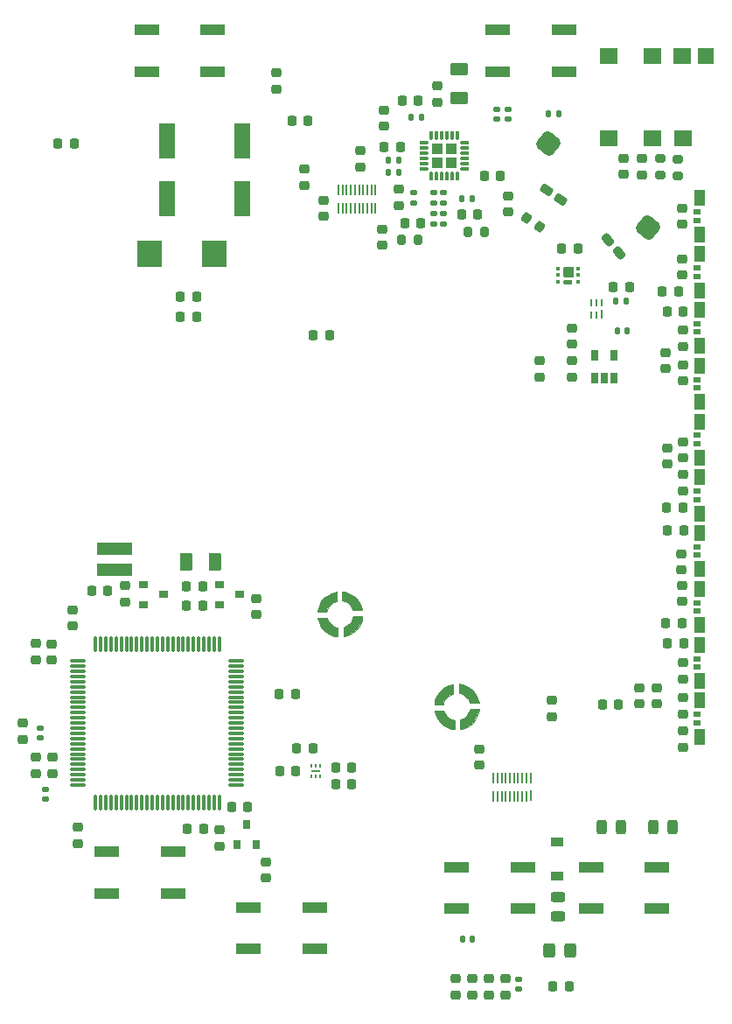
<source format=gbr>
G04 #@! TF.GenerationSoftware,KiCad,Pcbnew,6.0.0+dfsg1-2*
G04 #@! TF.CreationDate,2022-05-11T22:29:48-04:00*
G04 #@! TF.ProjectId,RUSP_Mainboard,52555350-5f4d-4616-996e-626f6172642e,rev?*
G04 #@! TF.SameCoordinates,Original*
G04 #@! TF.FileFunction,Paste,Bot*
G04 #@! TF.FilePolarity,Positive*
%FSLAX46Y46*%
G04 Gerber Fmt 4.6, Leading zero omitted, Abs format (unit mm)*
G04 Created by KiCad (PCBNEW 6.0.0+dfsg1-2) date 2022-05-11 22:29:48*
%MOMM*%
%LPD*%
G01*
G04 APERTURE LIST*
G04 Aperture macros list*
%AMRoundRect*
0 Rectangle with rounded corners*
0 $1 Rounding radius*
0 $2 $3 $4 $5 $6 $7 $8 $9 X,Y pos of 4 corners*
0 Add a 4 corners polygon primitive as box body*
4,1,4,$2,$3,$4,$5,$6,$7,$8,$9,$2,$3,0*
0 Add four circle primitives for the rounded corners*
1,1,$1+$1,$2,$3*
1,1,$1+$1,$4,$5*
1,1,$1+$1,$6,$7*
1,1,$1+$1,$8,$9*
0 Add four rect primitives between the rounded corners*
20,1,$1+$1,$2,$3,$4,$5,0*
20,1,$1+$1,$4,$5,$6,$7,0*
20,1,$1+$1,$6,$7,$8,$9,0*
20,1,$1+$1,$8,$9,$2,$3,0*%
%AMFreePoly0*
4,1,10,0.140000,0.000000,0.121244,-0.070000,0.070000,-0.121244,0.000000,-0.140000,-0.070000,-0.121244,-0.121244,-0.070000,-0.140000,0.000000,-0.140000,0.710000,0.140000,0.710000,0.140000,0.000000,0.140000,0.000000,$1*%
G04 Aperture macros list end*
%ADD10C,0.100000*%
%ADD11C,0.010000*%
%ADD12R,0.900000X0.800000*%
%ADD13RoundRect,0.218750X-0.256250X0.218750X-0.256250X-0.218750X0.256250X-0.218750X0.256250X0.218750X0*%
%ADD14RoundRect,0.218750X-0.218750X-0.256250X0.218750X-0.256250X0.218750X0.256250X-0.218750X0.256250X0*%
%ADD15RoundRect,0.218750X0.218750X0.256250X-0.218750X0.256250X-0.218750X-0.256250X0.218750X-0.256250X0*%
%ADD16RoundRect,0.218750X0.256250X-0.218750X0.256250X0.218750X-0.256250X0.218750X-0.256250X-0.218750X0*%
%ADD17RoundRect,0.147500X0.172500X-0.147500X0.172500X0.147500X-0.172500X0.147500X-0.172500X-0.147500X0*%
%ADD18RoundRect,0.147500X0.147500X0.172500X-0.147500X0.172500X-0.147500X-0.172500X0.147500X-0.172500X0*%
%ADD19RoundRect,0.147500X-0.172500X0.147500X-0.172500X-0.147500X0.172500X-0.147500X0.172500X0.147500X0*%
%ADD20RoundRect,0.225000X-0.250000X0.225000X-0.250000X-0.225000X0.250000X-0.225000X0.250000X0.225000X0*%
%ADD21RoundRect,0.225000X-0.225000X-0.250000X0.225000X-0.250000X0.225000X0.250000X-0.225000X0.250000X0*%
%ADD22R,1.600000X3.500000*%
%ADD23R,2.400000X1.100000*%
%ADD24R,1.600000X1.600000*%
%ADD25R,1.800000X1.600000*%
%ADD26RoundRect,0.243750X-0.243750X-0.456250X0.243750X-0.456250X0.243750X0.456250X-0.243750X0.456250X0*%
%ADD27RoundRect,0.225000X0.225000X0.250000X-0.225000X0.250000X-0.225000X-0.250000X0.225000X-0.250000X0*%
%ADD28R,0.800000X0.500000*%
%ADD29R,1.000000X1.500000*%
%ADD30RoundRect,0.250000X0.375000X0.625000X-0.375000X0.625000X-0.375000X-0.625000X0.375000X-0.625000X0*%
%ADD31R,1.100000X1.100000*%
%ADD32FreePoly0,90.000000*%
%ADD33FreePoly0,0.000000*%
%ADD34FreePoly0,270.000000*%
%ADD35FreePoly0,180.000000*%
%ADD36RoundRect,0.147500X-0.147500X-0.172500X0.147500X-0.172500X0.147500X0.172500X-0.147500X0.172500X0*%
%ADD37RoundRect,0.212500X0.425571X-0.155068X-0.109734X0.439448X-0.425571X0.155068X0.109734X-0.439448X0*%
%ADD38RoundRect,0.200000X-0.200000X-0.275000X0.200000X-0.275000X0.200000X0.275000X-0.200000X0.275000X0*%
%ADD39R,0.280000X0.850000*%
%ADD40R,0.280000X0.750000*%
%ADD41R,0.450000X0.300000*%
%ADD42R,3.400000X1.200000*%
%ADD43R,0.650000X1.060000*%
%ADD44RoundRect,0.243750X-0.456250X0.243750X-0.456250X-0.243750X0.456250X-0.243750X0.456250X0.243750X0*%
%ADD45R,2.370000X2.550000*%
%ADD46R,1.200000X0.900000*%
%ADD47R,0.180000X1.100000*%
%ADD48R,0.180000X1.000000*%
%ADD49RoundRect,0.249999X0.325001X0.450001X-0.325001X0.450001X-0.325001X-0.450001X0.325001X-0.450001X0*%
%ADD50R,0.800000X0.900000*%
%ADD51RoundRect,0.250000X0.625000X-0.375000X0.625000X0.375000X-0.625000X0.375000X-0.625000X-0.375000X0*%
%ADD52RoundRect,0.218750X-0.326168X-0.084438X0.032211X-0.335378X0.326168X0.084438X-0.032211X0.335378X0*%
%ADD53RoundRect,0.212500X0.449546X-0.055361X-0.205776X0.403500X-0.449546X0.055361X0.205776X-0.403500X0*%
%ADD54R,0.940000X0.250000*%
%ADD55R,0.180000X0.350000*%
%ADD56RoundRect,0.070000X0.070000X-0.667500X0.070000X0.667500X-0.070000X0.667500X-0.070000X-0.667500X0*%
%ADD57RoundRect,0.070000X0.667500X-0.070000X0.667500X0.070000X-0.667500X0.070000X-0.667500X-0.070000X0*%
%ADD58RoundRect,0.500000X0.704416X0.061628X-0.061628X0.704416X-0.704416X-0.061628X0.061628X-0.704416X0*%
%ADD59RoundRect,0.200000X0.200000X0.275000X-0.200000X0.275000X-0.200000X-0.275000X0.200000X-0.275000X0*%
%ADD60RoundRect,0.200000X-0.275000X0.200000X-0.275000X-0.200000X0.275000X-0.200000X0.275000X0.200000X0*%
G04 APERTURE END LIST*
D10*
X146300000Y-117550000D02*
X146750000Y-117300000D01*
X146750000Y-117300000D02*
X147050000Y-117050000D01*
X147050000Y-117050000D02*
X147300000Y-116750000D01*
X147300000Y-116750000D02*
X147525000Y-116325000D01*
X147525000Y-116325000D02*
X147625000Y-116025000D01*
X147625000Y-116025000D02*
X147675000Y-115700000D01*
X147675000Y-115700000D02*
X146800000Y-115700000D01*
X146800000Y-115700000D02*
X146750000Y-115925000D01*
X146750000Y-115925000D02*
X146625000Y-116175000D01*
X146625000Y-116175000D02*
X146400000Y-116450000D01*
X146400000Y-116450000D02*
X146150000Y-116650000D01*
X146150000Y-116650000D02*
X145850000Y-116750000D01*
X145850000Y-116750000D02*
X145850000Y-117675000D01*
X145850000Y-117675000D02*
X146300000Y-117550000D01*
G36*
X147625000Y-116025000D02*
G01*
X147525000Y-116325000D01*
X147300000Y-116750000D01*
X147050000Y-117050000D01*
X146750000Y-117300000D01*
X146300000Y-117550000D01*
X145850000Y-117675000D01*
X145850000Y-116750000D01*
X146150000Y-116650000D01*
X146400000Y-116450000D01*
X146625000Y-116175000D01*
X146750000Y-115925000D01*
X146800000Y-115700000D01*
X147675000Y-115700000D01*
X147625000Y-116025000D01*
G37*
X147625000Y-116025000D02*
X147525000Y-116325000D01*
X147300000Y-116750000D01*
X147050000Y-117050000D01*
X146750000Y-117300000D01*
X146300000Y-117550000D01*
X145850000Y-117675000D01*
X145850000Y-116750000D01*
X146150000Y-116650000D01*
X146400000Y-116450000D01*
X146625000Y-116175000D01*
X146750000Y-115925000D01*
X146800000Y-115700000D01*
X147675000Y-115700000D01*
X147625000Y-116025000D01*
X144700000Y-113450000D02*
X144250000Y-113700000D01*
X144250000Y-113700000D02*
X143950000Y-113950000D01*
X143950000Y-113950000D02*
X143700000Y-114250000D01*
X143700000Y-114250000D02*
X143475000Y-114675000D01*
X143475000Y-114675000D02*
X143375000Y-114975000D01*
X143375000Y-114975000D02*
X143325000Y-115300000D01*
X143325000Y-115300000D02*
X144200000Y-115300000D01*
X144200000Y-115300000D02*
X144250000Y-115075000D01*
X144250000Y-115075000D02*
X144375000Y-114825000D01*
X144375000Y-114825000D02*
X144600000Y-114550000D01*
X144600000Y-114550000D02*
X144850000Y-114350000D01*
X144850000Y-114350000D02*
X145150000Y-114250000D01*
X145150000Y-114250000D02*
X145150000Y-113325000D01*
X145150000Y-113325000D02*
X144700000Y-113450000D01*
G36*
X145150000Y-114250000D02*
G01*
X144850000Y-114350000D01*
X144600000Y-114550000D01*
X144375000Y-114825000D01*
X144250000Y-115075000D01*
X144200000Y-115300000D01*
X143325000Y-115300000D01*
X143375000Y-114975000D01*
X143475000Y-114675000D01*
X143700000Y-114250000D01*
X143950000Y-113950000D01*
X144250000Y-113700000D01*
X144700000Y-113450000D01*
X145150000Y-113325000D01*
X145150000Y-114250000D01*
G37*
X145150000Y-114250000D02*
X144850000Y-114350000D01*
X144600000Y-114550000D01*
X144375000Y-114825000D01*
X144250000Y-115075000D01*
X144200000Y-115300000D01*
X143325000Y-115300000D01*
X143375000Y-114975000D01*
X143475000Y-114675000D01*
X143700000Y-114250000D01*
X143950000Y-113950000D01*
X144250000Y-113700000D01*
X144700000Y-113450000D01*
X145150000Y-113325000D01*
X145150000Y-114250000D01*
X146300000Y-117550000D02*
X146750000Y-117300000D01*
X146750000Y-117300000D02*
X147050000Y-117050000D01*
X147050000Y-117050000D02*
X147300000Y-116750000D01*
X147300000Y-116750000D02*
X147525000Y-116325000D01*
X147525000Y-116325000D02*
X147625000Y-116025000D01*
X147625000Y-116025000D02*
X147675000Y-115700000D01*
X147675000Y-115700000D02*
X146800000Y-115700000D01*
X146800000Y-115700000D02*
X146750000Y-115925000D01*
X146750000Y-115925000D02*
X146625000Y-116175000D01*
X146625000Y-116175000D02*
X146400000Y-116450000D01*
X146400000Y-116450000D02*
X146150000Y-116650000D01*
X146150000Y-116650000D02*
X145850000Y-116750000D01*
X145850000Y-116750000D02*
X145850000Y-117675000D01*
X145850000Y-117675000D02*
X146300000Y-117550000D01*
G36*
X147625000Y-116025000D02*
G01*
X147525000Y-116325000D01*
X147300000Y-116750000D01*
X147050000Y-117050000D01*
X146750000Y-117300000D01*
X146300000Y-117550000D01*
X145850000Y-117675000D01*
X145850000Y-116750000D01*
X146150000Y-116650000D01*
X146400000Y-116450000D01*
X146625000Y-116175000D01*
X146750000Y-115925000D01*
X146800000Y-115700000D01*
X147675000Y-115700000D01*
X147625000Y-116025000D01*
G37*
X147625000Y-116025000D02*
X147525000Y-116325000D01*
X147300000Y-116750000D01*
X147050000Y-117050000D01*
X146750000Y-117300000D01*
X146300000Y-117550000D01*
X145850000Y-117675000D01*
X145850000Y-116750000D01*
X146150000Y-116650000D01*
X146400000Y-116450000D01*
X146625000Y-116175000D01*
X146750000Y-115925000D01*
X146800000Y-115700000D01*
X147675000Y-115700000D01*
X147625000Y-116025000D01*
X147550000Y-114675000D02*
X147300000Y-114225000D01*
X147300000Y-114225000D02*
X147050000Y-113925000D01*
X147050000Y-113925000D02*
X146750000Y-113675000D01*
X146750000Y-113675000D02*
X146325000Y-113450000D01*
X146325000Y-113450000D02*
X146025000Y-113350000D01*
X146025000Y-113350000D02*
X145700000Y-113300000D01*
X145700000Y-113300000D02*
X145700000Y-114175000D01*
X145700000Y-114175000D02*
X145925000Y-114225000D01*
X145925000Y-114225000D02*
X146175000Y-114350000D01*
X146175000Y-114350000D02*
X146450000Y-114575000D01*
X146450000Y-114575000D02*
X146650000Y-114825000D01*
X146650000Y-114825000D02*
X146750000Y-115125000D01*
X146750000Y-115125000D02*
X147675000Y-115125000D01*
X147675000Y-115125000D02*
X147550000Y-114675000D01*
G36*
X146025000Y-113350000D02*
G01*
X146325000Y-113450000D01*
X146750000Y-113675000D01*
X147050000Y-113925000D01*
X147300000Y-114225000D01*
X147550000Y-114675000D01*
X147675000Y-115125000D01*
X146750000Y-115125000D01*
X146650000Y-114825000D01*
X146450000Y-114575000D01*
X146175000Y-114350000D01*
X145925000Y-114225000D01*
X145700000Y-114175000D01*
X145700000Y-113300000D01*
X146025000Y-113350000D01*
G37*
X146025000Y-113350000D02*
X146325000Y-113450000D01*
X146750000Y-113675000D01*
X147050000Y-113925000D01*
X147300000Y-114225000D01*
X147550000Y-114675000D01*
X147675000Y-115125000D01*
X146750000Y-115125000D01*
X146650000Y-114825000D01*
X146450000Y-114575000D01*
X146175000Y-114350000D01*
X145925000Y-114225000D01*
X145700000Y-114175000D01*
X145700000Y-113300000D01*
X146025000Y-113350000D01*
X143450000Y-116300000D02*
X143700000Y-116750000D01*
X143700000Y-116750000D02*
X143950000Y-117050000D01*
X143950000Y-117050000D02*
X144250000Y-117300000D01*
X144250000Y-117300000D02*
X144675000Y-117525000D01*
X144675000Y-117525000D02*
X144975000Y-117625000D01*
X144975000Y-117625000D02*
X145300000Y-117675000D01*
X145300000Y-117675000D02*
X145300000Y-116800000D01*
X145300000Y-116800000D02*
X145075000Y-116750000D01*
X145075000Y-116750000D02*
X144825000Y-116625000D01*
X144825000Y-116625000D02*
X144550000Y-116400000D01*
X144550000Y-116400000D02*
X144350000Y-116150000D01*
X144350000Y-116150000D02*
X144250000Y-115850000D01*
X144250000Y-115850000D02*
X143325000Y-115850000D01*
X143325000Y-115850000D02*
X143450000Y-116300000D01*
G36*
X144350000Y-116150000D02*
G01*
X144550000Y-116400000D01*
X144825000Y-116625000D01*
X145075000Y-116750000D01*
X145300000Y-116800000D01*
X145300000Y-117675000D01*
X144975000Y-117625000D01*
X144675000Y-117525000D01*
X144250000Y-117300000D01*
X143950000Y-117050000D01*
X143700000Y-116750000D01*
X143450000Y-116300000D01*
X143325000Y-115850000D01*
X144250000Y-115850000D01*
X144350000Y-116150000D01*
G37*
X144350000Y-116150000D02*
X144550000Y-116400000D01*
X144825000Y-116625000D01*
X145075000Y-116750000D01*
X145300000Y-116800000D01*
X145300000Y-117675000D01*
X144975000Y-117625000D01*
X144675000Y-117525000D01*
X144250000Y-117300000D01*
X143950000Y-117050000D01*
X143700000Y-116750000D01*
X143450000Y-116300000D01*
X143325000Y-115850000D01*
X144250000Y-115850000D01*
X144350000Y-116150000D01*
X156000000Y-122400000D02*
X155550000Y-122650000D01*
X155550000Y-122650000D02*
X155250000Y-122900000D01*
X155250000Y-122900000D02*
X155000000Y-123200000D01*
X155000000Y-123200000D02*
X154775000Y-123625000D01*
X154775000Y-123625000D02*
X154675000Y-123925000D01*
X154675000Y-123925000D02*
X154625000Y-124250000D01*
X154625000Y-124250000D02*
X155500000Y-124250000D01*
X155500000Y-124250000D02*
X155550000Y-124025000D01*
X155550000Y-124025000D02*
X155675000Y-123775000D01*
X155675000Y-123775000D02*
X155900000Y-123500000D01*
X155900000Y-123500000D02*
X156150000Y-123300000D01*
X156150000Y-123300000D02*
X156450000Y-123200000D01*
X156450000Y-123200000D02*
X156450000Y-122275000D01*
X156450000Y-122275000D02*
X156000000Y-122400000D01*
G36*
X156450000Y-123200000D02*
G01*
X156150000Y-123300000D01*
X155900000Y-123500000D01*
X155675000Y-123775000D01*
X155550000Y-124025000D01*
X155500000Y-124250000D01*
X154625000Y-124250000D01*
X154675000Y-123925000D01*
X154775000Y-123625000D01*
X155000000Y-123200000D01*
X155250000Y-122900000D01*
X155550000Y-122650000D01*
X156000000Y-122400000D01*
X156450000Y-122275000D01*
X156450000Y-123200000D01*
G37*
X156450000Y-123200000D02*
X156150000Y-123300000D01*
X155900000Y-123500000D01*
X155675000Y-123775000D01*
X155550000Y-124025000D01*
X155500000Y-124250000D01*
X154625000Y-124250000D01*
X154675000Y-123925000D01*
X154775000Y-123625000D01*
X155000000Y-123200000D01*
X155250000Y-122900000D01*
X155550000Y-122650000D01*
X156000000Y-122400000D01*
X156450000Y-122275000D01*
X156450000Y-123200000D01*
X157600000Y-126500000D02*
X158050000Y-126250000D01*
X158050000Y-126250000D02*
X158350000Y-126000000D01*
X158350000Y-126000000D02*
X158600000Y-125700000D01*
X158600000Y-125700000D02*
X158825000Y-125275000D01*
X158825000Y-125275000D02*
X158925000Y-124975000D01*
X158925000Y-124975000D02*
X158975000Y-124650000D01*
X158975000Y-124650000D02*
X158100000Y-124650000D01*
X158100000Y-124650000D02*
X158050000Y-124875000D01*
X158050000Y-124875000D02*
X157925000Y-125125000D01*
X157925000Y-125125000D02*
X157700000Y-125400000D01*
X157700000Y-125400000D02*
X157450000Y-125600000D01*
X157450000Y-125600000D02*
X157150000Y-125700000D01*
X157150000Y-125700000D02*
X157150000Y-126625000D01*
X157150000Y-126625000D02*
X157600000Y-126500000D01*
G36*
X158925000Y-124975000D02*
G01*
X158825000Y-125275000D01*
X158600000Y-125700000D01*
X158350000Y-126000000D01*
X158050000Y-126250000D01*
X157600000Y-126500000D01*
X157150000Y-126625000D01*
X157150000Y-125700000D01*
X157450000Y-125600000D01*
X157700000Y-125400000D01*
X157925000Y-125125000D01*
X158050000Y-124875000D01*
X158100000Y-124650000D01*
X158975000Y-124650000D01*
X158925000Y-124975000D01*
G37*
X158925000Y-124975000D02*
X158825000Y-125275000D01*
X158600000Y-125700000D01*
X158350000Y-126000000D01*
X158050000Y-126250000D01*
X157600000Y-126500000D01*
X157150000Y-126625000D01*
X157150000Y-125700000D01*
X157450000Y-125600000D01*
X157700000Y-125400000D01*
X157925000Y-125125000D01*
X158050000Y-124875000D01*
X158100000Y-124650000D01*
X158975000Y-124650000D01*
X158925000Y-124975000D01*
X154750000Y-125250000D02*
X155000000Y-125700000D01*
X155000000Y-125700000D02*
X155250000Y-126000000D01*
X155250000Y-126000000D02*
X155550000Y-126250000D01*
X155550000Y-126250000D02*
X155975000Y-126475000D01*
X155975000Y-126475000D02*
X156275000Y-126575000D01*
X156275000Y-126575000D02*
X156600000Y-126625000D01*
X156600000Y-126625000D02*
X156600000Y-125750000D01*
X156600000Y-125750000D02*
X156375000Y-125700000D01*
X156375000Y-125700000D02*
X156125000Y-125575000D01*
X156125000Y-125575000D02*
X155850000Y-125350000D01*
X155850000Y-125350000D02*
X155650000Y-125100000D01*
X155650000Y-125100000D02*
X155550000Y-124800000D01*
X155550000Y-124800000D02*
X154625000Y-124800000D01*
X154625000Y-124800000D02*
X154750000Y-125250000D01*
G36*
X155650000Y-125100000D02*
G01*
X155850000Y-125350000D01*
X156125000Y-125575000D01*
X156375000Y-125700000D01*
X156600000Y-125750000D01*
X156600000Y-126625000D01*
X156275000Y-126575000D01*
X155975000Y-126475000D01*
X155550000Y-126250000D01*
X155250000Y-126000000D01*
X155000000Y-125700000D01*
X154750000Y-125250000D01*
X154625000Y-124800000D01*
X155550000Y-124800000D01*
X155650000Y-125100000D01*
G37*
X155650000Y-125100000D02*
X155850000Y-125350000D01*
X156125000Y-125575000D01*
X156375000Y-125700000D01*
X156600000Y-125750000D01*
X156600000Y-126625000D01*
X156275000Y-126575000D01*
X155975000Y-126475000D01*
X155550000Y-126250000D01*
X155250000Y-126000000D01*
X155000000Y-125700000D01*
X154750000Y-125250000D01*
X154625000Y-124800000D01*
X155550000Y-124800000D01*
X155650000Y-125100000D01*
X157600000Y-126500000D02*
X158050000Y-126250000D01*
X158050000Y-126250000D02*
X158350000Y-126000000D01*
X158350000Y-126000000D02*
X158600000Y-125700000D01*
X158600000Y-125700000D02*
X158825000Y-125275000D01*
X158825000Y-125275000D02*
X158925000Y-124975000D01*
X158925000Y-124975000D02*
X158975000Y-124650000D01*
X158975000Y-124650000D02*
X158100000Y-124650000D01*
X158100000Y-124650000D02*
X158050000Y-124875000D01*
X158050000Y-124875000D02*
X157925000Y-125125000D01*
X157925000Y-125125000D02*
X157700000Y-125400000D01*
X157700000Y-125400000D02*
X157450000Y-125600000D01*
X157450000Y-125600000D02*
X157150000Y-125700000D01*
X157150000Y-125700000D02*
X157150000Y-126625000D01*
X157150000Y-126625000D02*
X157600000Y-126500000D01*
G36*
X158925000Y-124975000D02*
G01*
X158825000Y-125275000D01*
X158600000Y-125700000D01*
X158350000Y-126000000D01*
X158050000Y-126250000D01*
X157600000Y-126500000D01*
X157150000Y-126625000D01*
X157150000Y-125700000D01*
X157450000Y-125600000D01*
X157700000Y-125400000D01*
X157925000Y-125125000D01*
X158050000Y-124875000D01*
X158100000Y-124650000D01*
X158975000Y-124650000D01*
X158925000Y-124975000D01*
G37*
X158925000Y-124975000D02*
X158825000Y-125275000D01*
X158600000Y-125700000D01*
X158350000Y-126000000D01*
X158050000Y-126250000D01*
X157600000Y-126500000D01*
X157150000Y-126625000D01*
X157150000Y-125700000D01*
X157450000Y-125600000D01*
X157700000Y-125400000D01*
X157925000Y-125125000D01*
X158050000Y-124875000D01*
X158100000Y-124650000D01*
X158975000Y-124650000D01*
X158925000Y-124975000D01*
X158850000Y-123625000D02*
X158600000Y-123175000D01*
X158600000Y-123175000D02*
X158350000Y-122875000D01*
X158350000Y-122875000D02*
X158050000Y-122625000D01*
X158050000Y-122625000D02*
X157625000Y-122400000D01*
X157625000Y-122400000D02*
X157325000Y-122300000D01*
X157325000Y-122300000D02*
X157000000Y-122250000D01*
X157000000Y-122250000D02*
X157000000Y-123125000D01*
X157000000Y-123125000D02*
X157225000Y-123175000D01*
X157225000Y-123175000D02*
X157475000Y-123300000D01*
X157475000Y-123300000D02*
X157750000Y-123525000D01*
X157750000Y-123525000D02*
X157950000Y-123775000D01*
X157950000Y-123775000D02*
X158050000Y-124075000D01*
X158050000Y-124075000D02*
X158975000Y-124075000D01*
X158975000Y-124075000D02*
X158850000Y-123625000D01*
G36*
X157325000Y-122300000D02*
G01*
X157625000Y-122400000D01*
X158050000Y-122625000D01*
X158350000Y-122875000D01*
X158600000Y-123175000D01*
X158850000Y-123625000D01*
X158975000Y-124075000D01*
X158050000Y-124075000D01*
X157950000Y-123775000D01*
X157750000Y-123525000D01*
X157475000Y-123300000D01*
X157225000Y-123175000D01*
X157000000Y-123125000D01*
X157000000Y-122250000D01*
X157325000Y-122300000D01*
G37*
X157325000Y-122300000D02*
X157625000Y-122400000D01*
X158050000Y-122625000D01*
X158350000Y-122875000D01*
X158600000Y-123175000D01*
X158850000Y-123625000D01*
X158975000Y-124075000D01*
X158050000Y-124075000D01*
X157950000Y-123775000D01*
X157750000Y-123525000D01*
X157475000Y-123300000D01*
X157225000Y-123175000D01*
X157000000Y-123125000D01*
X157000000Y-122250000D01*
X157325000Y-122300000D01*
D11*
X168000000Y-81945000D02*
X167200000Y-81945000D01*
X167200000Y-81945000D02*
X167197383Y-81945069D01*
X167197383Y-81945069D02*
X167194774Y-81945274D01*
X167194774Y-81945274D02*
X167192178Y-81945616D01*
X167192178Y-81945616D02*
X167189604Y-81946093D01*
X167189604Y-81946093D02*
X167187059Y-81946704D01*
X167187059Y-81946704D02*
X167184549Y-81947447D01*
X167184549Y-81947447D02*
X167182082Y-81948321D01*
X167182082Y-81948321D02*
X167179663Y-81949323D01*
X167179663Y-81949323D02*
X167177300Y-81950450D01*
X167177300Y-81950450D02*
X167175000Y-81951699D01*
X167175000Y-81951699D02*
X167172768Y-81953066D01*
X167172768Y-81953066D02*
X167170611Y-81954549D01*
X167170611Y-81954549D02*
X167168534Y-81956143D01*
X167168534Y-81956143D02*
X167166543Y-81957843D01*
X167166543Y-81957843D02*
X167164645Y-81959645D01*
X167164645Y-81959645D02*
X167162843Y-81961543D01*
X167162843Y-81961543D02*
X167161143Y-81963534D01*
X167161143Y-81963534D02*
X167159549Y-81965611D01*
X167159549Y-81965611D02*
X167158066Y-81967768D01*
X167158066Y-81967768D02*
X167156699Y-81970000D01*
X167156699Y-81970000D02*
X167155450Y-81972300D01*
X167155450Y-81972300D02*
X167154323Y-81974663D01*
X167154323Y-81974663D02*
X167153321Y-81977082D01*
X167153321Y-81977082D02*
X167152447Y-81979549D01*
X167152447Y-81979549D02*
X167151704Y-81982059D01*
X167151704Y-81982059D02*
X167151093Y-81984604D01*
X167151093Y-81984604D02*
X167150616Y-81987178D01*
X167150616Y-81987178D02*
X167150274Y-81989774D01*
X167150274Y-81989774D02*
X167150069Y-81992383D01*
X167150069Y-81992383D02*
X167150000Y-81995000D01*
X167150000Y-81995000D02*
X167150000Y-82755000D01*
X167150000Y-82755000D02*
X167150069Y-82757617D01*
X167150069Y-82757617D02*
X167150274Y-82760226D01*
X167150274Y-82760226D02*
X167150616Y-82762822D01*
X167150616Y-82762822D02*
X167151093Y-82765396D01*
X167151093Y-82765396D02*
X167151704Y-82767941D01*
X167151704Y-82767941D02*
X167152447Y-82770451D01*
X167152447Y-82770451D02*
X167153321Y-82772918D01*
X167153321Y-82772918D02*
X167154323Y-82775337D01*
X167154323Y-82775337D02*
X167155450Y-82777700D01*
X167155450Y-82777700D02*
X167156699Y-82780000D01*
X167156699Y-82780000D02*
X167158066Y-82782232D01*
X167158066Y-82782232D02*
X167159549Y-82784389D01*
X167159549Y-82784389D02*
X167161143Y-82786466D01*
X167161143Y-82786466D02*
X167162843Y-82788457D01*
X167162843Y-82788457D02*
X167164645Y-82790355D01*
X167164645Y-82790355D02*
X167166543Y-82792157D01*
X167166543Y-82792157D02*
X167168534Y-82793857D01*
X167168534Y-82793857D02*
X167170611Y-82795451D01*
X167170611Y-82795451D02*
X167172768Y-82796934D01*
X167172768Y-82796934D02*
X167175000Y-82798301D01*
X167175000Y-82798301D02*
X167177300Y-82799550D01*
X167177300Y-82799550D02*
X167179663Y-82800677D01*
X167179663Y-82800677D02*
X167182082Y-82801679D01*
X167182082Y-82801679D02*
X167184549Y-82802553D01*
X167184549Y-82802553D02*
X167187059Y-82803296D01*
X167187059Y-82803296D02*
X167189604Y-82803907D01*
X167189604Y-82803907D02*
X167192178Y-82804384D01*
X167192178Y-82804384D02*
X167194774Y-82804726D01*
X167194774Y-82804726D02*
X167197383Y-82804931D01*
X167197383Y-82804931D02*
X167200000Y-82805000D01*
X167200000Y-82805000D02*
X168000000Y-82805000D01*
X168000000Y-82805000D02*
X168002617Y-82804931D01*
X168002617Y-82804931D02*
X168005226Y-82804726D01*
X168005226Y-82804726D02*
X168007822Y-82804384D01*
X168007822Y-82804384D02*
X168010396Y-82803907D01*
X168010396Y-82803907D02*
X168012941Y-82803296D01*
X168012941Y-82803296D02*
X168015451Y-82802553D01*
X168015451Y-82802553D02*
X168017918Y-82801679D01*
X168017918Y-82801679D02*
X168020337Y-82800677D01*
X168020337Y-82800677D02*
X168022700Y-82799550D01*
X168022700Y-82799550D02*
X168025000Y-82798301D01*
X168025000Y-82798301D02*
X168027232Y-82796934D01*
X168027232Y-82796934D02*
X168029389Y-82795451D01*
X168029389Y-82795451D02*
X168031466Y-82793857D01*
X168031466Y-82793857D02*
X168033457Y-82792157D01*
X168033457Y-82792157D02*
X168035355Y-82790355D01*
X168035355Y-82790355D02*
X168037157Y-82788457D01*
X168037157Y-82788457D02*
X168038857Y-82786466D01*
X168038857Y-82786466D02*
X168040451Y-82784389D01*
X168040451Y-82784389D02*
X168041934Y-82782232D01*
X168041934Y-82782232D02*
X168043301Y-82780000D01*
X168043301Y-82780000D02*
X168044550Y-82777700D01*
X168044550Y-82777700D02*
X168045677Y-82775337D01*
X168045677Y-82775337D02*
X168046679Y-82772918D01*
X168046679Y-82772918D02*
X168047553Y-82770451D01*
X168047553Y-82770451D02*
X168048296Y-82767941D01*
X168048296Y-82767941D02*
X168048907Y-82765396D01*
X168048907Y-82765396D02*
X168049384Y-82762822D01*
X168049384Y-82762822D02*
X168049726Y-82760226D01*
X168049726Y-82760226D02*
X168049931Y-82757617D01*
X168049931Y-82757617D02*
X168050000Y-82755000D01*
X168050000Y-82755000D02*
X168050000Y-81995000D01*
X168050000Y-81995000D02*
X168049931Y-81992383D01*
X168049931Y-81992383D02*
X168049726Y-81989774D01*
X168049726Y-81989774D02*
X168049384Y-81987178D01*
X168049384Y-81987178D02*
X168048907Y-81984604D01*
X168048907Y-81984604D02*
X168048296Y-81982059D01*
X168048296Y-81982059D02*
X168047553Y-81979549D01*
X168047553Y-81979549D02*
X168046679Y-81977082D01*
X168046679Y-81977082D02*
X168045677Y-81974663D01*
X168045677Y-81974663D02*
X168044550Y-81972300D01*
X168044550Y-81972300D02*
X168043301Y-81970000D01*
X168043301Y-81970000D02*
X168041934Y-81967768D01*
X168041934Y-81967768D02*
X168040451Y-81965611D01*
X168040451Y-81965611D02*
X168038857Y-81963534D01*
X168038857Y-81963534D02*
X168037157Y-81961543D01*
X168037157Y-81961543D02*
X168035355Y-81959645D01*
X168035355Y-81959645D02*
X168033457Y-81957843D01*
X168033457Y-81957843D02*
X168031466Y-81956143D01*
X168031466Y-81956143D02*
X168029389Y-81954549D01*
X168029389Y-81954549D02*
X168027232Y-81953066D01*
X168027232Y-81953066D02*
X168025000Y-81951699D01*
X168025000Y-81951699D02*
X168022700Y-81950450D01*
X168022700Y-81950450D02*
X168020337Y-81949323D01*
X168020337Y-81949323D02*
X168017918Y-81948321D01*
X168017918Y-81948321D02*
X168015451Y-81947447D01*
X168015451Y-81947447D02*
X168012941Y-81946704D01*
X168012941Y-81946704D02*
X168010396Y-81946093D01*
X168010396Y-81946093D02*
X168007822Y-81945616D01*
X168007822Y-81945616D02*
X168005226Y-81945274D01*
X168005226Y-81945274D02*
X168002617Y-81945069D01*
X168002617Y-81945069D02*
X168000000Y-81945000D01*
X168000000Y-81945000D02*
X168000000Y-81945000D01*
G36*
X168002617Y-81945069D02*
G01*
X168005226Y-81945274D01*
X168007822Y-81945616D01*
X168010396Y-81946093D01*
X168012941Y-81946704D01*
X168015451Y-81947447D01*
X168017918Y-81948321D01*
X168020337Y-81949323D01*
X168022700Y-81950450D01*
X168025000Y-81951699D01*
X168027232Y-81953066D01*
X168029389Y-81954549D01*
X168031466Y-81956143D01*
X168033457Y-81957843D01*
X168035355Y-81959645D01*
X168037157Y-81961543D01*
X168038857Y-81963534D01*
X168040451Y-81965611D01*
X168041934Y-81967768D01*
X168043301Y-81970000D01*
X168044550Y-81972300D01*
X168045677Y-81974663D01*
X168046679Y-81977082D01*
X168047553Y-81979549D01*
X168048296Y-81982059D01*
X168048907Y-81984604D01*
X168049384Y-81987178D01*
X168049726Y-81989774D01*
X168049931Y-81992383D01*
X168050000Y-81995000D01*
X168050000Y-82755000D01*
X168049931Y-82757617D01*
X168049726Y-82760226D01*
X168049384Y-82762822D01*
X168048907Y-82765396D01*
X168048296Y-82767941D01*
X168047553Y-82770451D01*
X168046679Y-82772918D01*
X168045677Y-82775337D01*
X168044550Y-82777700D01*
X168043301Y-82780000D01*
X168041934Y-82782232D01*
X168040451Y-82784389D01*
X168038857Y-82786466D01*
X168037157Y-82788457D01*
X168035355Y-82790355D01*
X168033457Y-82792157D01*
X168031466Y-82793857D01*
X168029389Y-82795451D01*
X168027232Y-82796934D01*
X168025000Y-82798301D01*
X168022700Y-82799550D01*
X168020337Y-82800677D01*
X168017918Y-82801679D01*
X168015451Y-82802553D01*
X168012941Y-82803296D01*
X168010396Y-82803907D01*
X168007822Y-82804384D01*
X168005226Y-82804726D01*
X168002617Y-82804931D01*
X168000000Y-82805000D01*
X167200000Y-82805000D01*
X167197383Y-82804931D01*
X167194774Y-82804726D01*
X167192178Y-82804384D01*
X167189604Y-82803907D01*
X167187059Y-82803296D01*
X167184549Y-82802553D01*
X167182082Y-82801679D01*
X167179663Y-82800677D01*
X167177300Y-82799550D01*
X167175000Y-82798301D01*
X167172768Y-82796934D01*
X167170611Y-82795451D01*
X167168534Y-82793857D01*
X167166543Y-82792157D01*
X167164645Y-82790355D01*
X167162843Y-82788457D01*
X167161143Y-82786466D01*
X167159549Y-82784389D01*
X167158066Y-82782232D01*
X167156699Y-82780000D01*
X167155450Y-82777700D01*
X167154323Y-82775337D01*
X167153321Y-82772918D01*
X167152447Y-82770451D01*
X167151704Y-82767941D01*
X167151093Y-82765396D01*
X167150616Y-82762822D01*
X167150274Y-82760226D01*
X167150069Y-82757617D01*
X167150000Y-82755000D01*
X167150000Y-81995000D01*
X167150069Y-81992383D01*
X167150274Y-81989774D01*
X167150616Y-81987178D01*
X167151093Y-81984604D01*
X167151704Y-81982059D01*
X167152447Y-81979549D01*
X167153321Y-81977082D01*
X167154323Y-81974663D01*
X167155450Y-81972300D01*
X167156699Y-81970000D01*
X167158066Y-81967768D01*
X167159549Y-81965611D01*
X167161143Y-81963534D01*
X167162843Y-81961543D01*
X167164645Y-81959645D01*
X167166543Y-81957843D01*
X167168534Y-81956143D01*
X167170611Y-81954549D01*
X167172768Y-81953066D01*
X167175000Y-81951699D01*
X167177300Y-81950450D01*
X167179663Y-81949323D01*
X167182082Y-81948321D01*
X167184549Y-81947447D01*
X167187059Y-81946704D01*
X167189604Y-81946093D01*
X167192178Y-81945616D01*
X167194774Y-81945274D01*
X167197383Y-81945069D01*
X167200000Y-81945000D01*
X168000000Y-81945000D01*
X168002617Y-81945069D01*
G37*
X168002617Y-81945069D02*
X168005226Y-81945274D01*
X168007822Y-81945616D01*
X168010396Y-81946093D01*
X168012941Y-81946704D01*
X168015451Y-81947447D01*
X168017918Y-81948321D01*
X168020337Y-81949323D01*
X168022700Y-81950450D01*
X168025000Y-81951699D01*
X168027232Y-81953066D01*
X168029389Y-81954549D01*
X168031466Y-81956143D01*
X168033457Y-81957843D01*
X168035355Y-81959645D01*
X168037157Y-81961543D01*
X168038857Y-81963534D01*
X168040451Y-81965611D01*
X168041934Y-81967768D01*
X168043301Y-81970000D01*
X168044550Y-81972300D01*
X168045677Y-81974663D01*
X168046679Y-81977082D01*
X168047553Y-81979549D01*
X168048296Y-81982059D01*
X168048907Y-81984604D01*
X168049384Y-81987178D01*
X168049726Y-81989774D01*
X168049931Y-81992383D01*
X168050000Y-81995000D01*
X168050000Y-82755000D01*
X168049931Y-82757617D01*
X168049726Y-82760226D01*
X168049384Y-82762822D01*
X168048907Y-82765396D01*
X168048296Y-82767941D01*
X168047553Y-82770451D01*
X168046679Y-82772918D01*
X168045677Y-82775337D01*
X168044550Y-82777700D01*
X168043301Y-82780000D01*
X168041934Y-82782232D01*
X168040451Y-82784389D01*
X168038857Y-82786466D01*
X168037157Y-82788457D01*
X168035355Y-82790355D01*
X168033457Y-82792157D01*
X168031466Y-82793857D01*
X168029389Y-82795451D01*
X168027232Y-82796934D01*
X168025000Y-82798301D01*
X168022700Y-82799550D01*
X168020337Y-82800677D01*
X168017918Y-82801679D01*
X168015451Y-82802553D01*
X168012941Y-82803296D01*
X168010396Y-82803907D01*
X168007822Y-82804384D01*
X168005226Y-82804726D01*
X168002617Y-82804931D01*
X168000000Y-82805000D01*
X167200000Y-82805000D01*
X167197383Y-82804931D01*
X167194774Y-82804726D01*
X167192178Y-82804384D01*
X167189604Y-82803907D01*
X167187059Y-82803296D01*
X167184549Y-82802553D01*
X167182082Y-82801679D01*
X167179663Y-82800677D01*
X167177300Y-82799550D01*
X167175000Y-82798301D01*
X167172768Y-82796934D01*
X167170611Y-82795451D01*
X167168534Y-82793857D01*
X167166543Y-82792157D01*
X167164645Y-82790355D01*
X167162843Y-82788457D01*
X167161143Y-82786466D01*
X167159549Y-82784389D01*
X167158066Y-82782232D01*
X167156699Y-82780000D01*
X167155450Y-82777700D01*
X167154323Y-82775337D01*
X167153321Y-82772918D01*
X167152447Y-82770451D01*
X167151704Y-82767941D01*
X167151093Y-82765396D01*
X167150616Y-82762822D01*
X167150274Y-82760226D01*
X167150069Y-82757617D01*
X167150000Y-82755000D01*
X167150000Y-81995000D01*
X167150069Y-81992383D01*
X167150274Y-81989774D01*
X167150616Y-81987178D01*
X167151093Y-81984604D01*
X167151704Y-81982059D01*
X167152447Y-81979549D01*
X167153321Y-81977082D01*
X167154323Y-81974663D01*
X167155450Y-81972300D01*
X167156699Y-81970000D01*
X167158066Y-81967768D01*
X167159549Y-81965611D01*
X167161143Y-81963534D01*
X167162843Y-81961543D01*
X167164645Y-81959645D01*
X167166543Y-81957843D01*
X167168534Y-81956143D01*
X167170611Y-81954549D01*
X167172768Y-81953066D01*
X167175000Y-81951699D01*
X167177300Y-81950450D01*
X167179663Y-81949323D01*
X167182082Y-81948321D01*
X167184549Y-81947447D01*
X167187059Y-81946704D01*
X167189604Y-81946093D01*
X167192178Y-81945616D01*
X167194774Y-81945274D01*
X167197383Y-81945069D01*
X167200000Y-81945000D01*
X168000000Y-81945000D01*
X168002617Y-81945069D01*
X167205000Y-83495000D02*
X167805000Y-83495000D01*
X167805000Y-83495000D02*
X167807617Y-83494931D01*
X167807617Y-83494931D02*
X167810226Y-83494726D01*
X167810226Y-83494726D02*
X167812822Y-83494384D01*
X167812822Y-83494384D02*
X167815396Y-83493907D01*
X167815396Y-83493907D02*
X167817941Y-83493296D01*
X167817941Y-83493296D02*
X167820451Y-83492553D01*
X167820451Y-83492553D02*
X167822918Y-83491679D01*
X167822918Y-83491679D02*
X167825337Y-83490677D01*
X167825337Y-83490677D02*
X167827700Y-83489550D01*
X167827700Y-83489550D02*
X167830000Y-83488301D01*
X167830000Y-83488301D02*
X167832232Y-83486934D01*
X167832232Y-83486934D02*
X167834389Y-83485451D01*
X167834389Y-83485451D02*
X167836466Y-83483857D01*
X167836466Y-83483857D02*
X167838457Y-83482157D01*
X167838457Y-83482157D02*
X167840355Y-83480355D01*
X167840355Y-83480355D02*
X167842157Y-83478457D01*
X167842157Y-83478457D02*
X167843857Y-83476466D01*
X167843857Y-83476466D02*
X167845451Y-83474389D01*
X167845451Y-83474389D02*
X167846934Y-83472232D01*
X167846934Y-83472232D02*
X167848301Y-83470000D01*
X167848301Y-83470000D02*
X167849550Y-83467700D01*
X167849550Y-83467700D02*
X167850677Y-83465337D01*
X167850677Y-83465337D02*
X167851679Y-83462918D01*
X167851679Y-83462918D02*
X167852553Y-83460451D01*
X167852553Y-83460451D02*
X167853296Y-83457941D01*
X167853296Y-83457941D02*
X167853907Y-83455396D01*
X167853907Y-83455396D02*
X167854384Y-83452822D01*
X167854384Y-83452822D02*
X167854726Y-83450226D01*
X167854726Y-83450226D02*
X167854931Y-83447617D01*
X167854931Y-83447617D02*
X167855000Y-83445000D01*
X167855000Y-83445000D02*
X167855000Y-83255000D01*
X167855000Y-83255000D02*
X167854931Y-83252383D01*
X167854931Y-83252383D02*
X167854726Y-83249774D01*
X167854726Y-83249774D02*
X167854384Y-83247178D01*
X167854384Y-83247178D02*
X167853907Y-83244604D01*
X167853907Y-83244604D02*
X167853296Y-83242059D01*
X167853296Y-83242059D02*
X167852553Y-83239549D01*
X167852553Y-83239549D02*
X167851679Y-83237082D01*
X167851679Y-83237082D02*
X167850677Y-83234663D01*
X167850677Y-83234663D02*
X167849550Y-83232300D01*
X167849550Y-83232300D02*
X167848301Y-83230000D01*
X167848301Y-83230000D02*
X167846934Y-83227768D01*
X167846934Y-83227768D02*
X167845451Y-83225611D01*
X167845451Y-83225611D02*
X167843857Y-83223534D01*
X167843857Y-83223534D02*
X167842157Y-83221543D01*
X167842157Y-83221543D02*
X167840355Y-83219645D01*
X167840355Y-83219645D02*
X167838457Y-83217843D01*
X167838457Y-83217843D02*
X167836466Y-83216143D01*
X167836466Y-83216143D02*
X167834389Y-83214549D01*
X167834389Y-83214549D02*
X167832232Y-83213066D01*
X167832232Y-83213066D02*
X167830000Y-83211699D01*
X167830000Y-83211699D02*
X167827700Y-83210450D01*
X167827700Y-83210450D02*
X167825337Y-83209323D01*
X167825337Y-83209323D02*
X167822918Y-83208321D01*
X167822918Y-83208321D02*
X167820451Y-83207447D01*
X167820451Y-83207447D02*
X167817941Y-83206704D01*
X167817941Y-83206704D02*
X167815396Y-83206093D01*
X167815396Y-83206093D02*
X167812822Y-83205616D01*
X167812822Y-83205616D02*
X167810226Y-83205274D01*
X167810226Y-83205274D02*
X167807617Y-83205069D01*
X167807617Y-83205069D02*
X167805000Y-83205000D01*
X167805000Y-83205000D02*
X167205000Y-83205000D01*
X167205000Y-83205000D02*
X167202383Y-83205069D01*
X167202383Y-83205069D02*
X167199774Y-83205274D01*
X167199774Y-83205274D02*
X167197178Y-83205616D01*
X167197178Y-83205616D02*
X167194604Y-83206093D01*
X167194604Y-83206093D02*
X167192059Y-83206704D01*
X167192059Y-83206704D02*
X167189549Y-83207447D01*
X167189549Y-83207447D02*
X167187082Y-83208321D01*
X167187082Y-83208321D02*
X167184663Y-83209323D01*
X167184663Y-83209323D02*
X167182300Y-83210450D01*
X167182300Y-83210450D02*
X167180000Y-83211699D01*
X167180000Y-83211699D02*
X167177768Y-83213066D01*
X167177768Y-83213066D02*
X167175611Y-83214549D01*
X167175611Y-83214549D02*
X167173534Y-83216143D01*
X167173534Y-83216143D02*
X167171543Y-83217843D01*
X167171543Y-83217843D02*
X167169645Y-83219645D01*
X167169645Y-83219645D02*
X167167843Y-83221543D01*
X167167843Y-83221543D02*
X167166143Y-83223534D01*
X167166143Y-83223534D02*
X167164549Y-83225611D01*
X167164549Y-83225611D02*
X167163066Y-83227768D01*
X167163066Y-83227768D02*
X167161699Y-83230000D01*
X167161699Y-83230000D02*
X167160450Y-83232300D01*
X167160450Y-83232300D02*
X167159323Y-83234663D01*
X167159323Y-83234663D02*
X167158321Y-83237082D01*
X167158321Y-83237082D02*
X167157447Y-83239549D01*
X167157447Y-83239549D02*
X167156704Y-83242059D01*
X167156704Y-83242059D02*
X167156093Y-83244604D01*
X167156093Y-83244604D02*
X167155616Y-83247178D01*
X167155616Y-83247178D02*
X167155274Y-83249774D01*
X167155274Y-83249774D02*
X167155069Y-83252383D01*
X167155069Y-83252383D02*
X167155000Y-83255000D01*
X167155000Y-83255000D02*
X167155000Y-83445000D01*
X167155000Y-83445000D02*
X167155069Y-83447617D01*
X167155069Y-83447617D02*
X167155274Y-83450226D01*
X167155274Y-83450226D02*
X167155616Y-83452822D01*
X167155616Y-83452822D02*
X167156093Y-83455396D01*
X167156093Y-83455396D02*
X167156704Y-83457941D01*
X167156704Y-83457941D02*
X167157447Y-83460451D01*
X167157447Y-83460451D02*
X167158321Y-83462918D01*
X167158321Y-83462918D02*
X167159323Y-83465337D01*
X167159323Y-83465337D02*
X167160450Y-83467700D01*
X167160450Y-83467700D02*
X167161699Y-83470000D01*
X167161699Y-83470000D02*
X167163066Y-83472232D01*
X167163066Y-83472232D02*
X167164549Y-83474389D01*
X167164549Y-83474389D02*
X167166143Y-83476466D01*
X167166143Y-83476466D02*
X167167843Y-83478457D01*
X167167843Y-83478457D02*
X167169645Y-83480355D01*
X167169645Y-83480355D02*
X167171543Y-83482157D01*
X167171543Y-83482157D02*
X167173534Y-83483857D01*
X167173534Y-83483857D02*
X167175611Y-83485451D01*
X167175611Y-83485451D02*
X167177768Y-83486934D01*
X167177768Y-83486934D02*
X167180000Y-83488301D01*
X167180000Y-83488301D02*
X167182300Y-83489550D01*
X167182300Y-83489550D02*
X167184663Y-83490677D01*
X167184663Y-83490677D02*
X167187082Y-83491679D01*
X167187082Y-83491679D02*
X167189549Y-83492553D01*
X167189549Y-83492553D02*
X167192059Y-83493296D01*
X167192059Y-83493296D02*
X167194604Y-83493907D01*
X167194604Y-83493907D02*
X167197178Y-83494384D01*
X167197178Y-83494384D02*
X167199774Y-83494726D01*
X167199774Y-83494726D02*
X167202383Y-83494931D01*
X167202383Y-83494931D02*
X167205000Y-83495000D01*
X167205000Y-83495000D02*
X167205000Y-83495000D01*
G36*
X167807617Y-83205069D02*
G01*
X167810226Y-83205274D01*
X167812822Y-83205616D01*
X167815396Y-83206093D01*
X167817941Y-83206704D01*
X167820451Y-83207447D01*
X167822918Y-83208321D01*
X167825337Y-83209323D01*
X167827700Y-83210450D01*
X167830000Y-83211699D01*
X167832232Y-83213066D01*
X167834389Y-83214549D01*
X167836466Y-83216143D01*
X167838457Y-83217843D01*
X167840355Y-83219645D01*
X167842157Y-83221543D01*
X167843857Y-83223534D01*
X167845451Y-83225611D01*
X167846934Y-83227768D01*
X167848301Y-83230000D01*
X167849550Y-83232300D01*
X167850677Y-83234663D01*
X167851679Y-83237082D01*
X167852553Y-83239549D01*
X167853296Y-83242059D01*
X167853907Y-83244604D01*
X167854384Y-83247178D01*
X167854726Y-83249774D01*
X167854931Y-83252383D01*
X167855000Y-83255000D01*
X167855000Y-83445000D01*
X167854931Y-83447617D01*
X167854726Y-83450226D01*
X167854384Y-83452822D01*
X167853907Y-83455396D01*
X167853296Y-83457941D01*
X167852553Y-83460451D01*
X167851679Y-83462918D01*
X167850677Y-83465337D01*
X167849550Y-83467700D01*
X167848301Y-83470000D01*
X167846934Y-83472232D01*
X167845451Y-83474389D01*
X167843857Y-83476466D01*
X167842157Y-83478457D01*
X167840355Y-83480355D01*
X167838457Y-83482157D01*
X167836466Y-83483857D01*
X167834389Y-83485451D01*
X167832232Y-83486934D01*
X167830000Y-83488301D01*
X167827700Y-83489550D01*
X167825337Y-83490677D01*
X167822918Y-83491679D01*
X167820451Y-83492553D01*
X167817941Y-83493296D01*
X167815396Y-83493907D01*
X167812822Y-83494384D01*
X167810226Y-83494726D01*
X167807617Y-83494931D01*
X167805000Y-83495000D01*
X167205000Y-83495000D01*
X167202383Y-83494931D01*
X167199774Y-83494726D01*
X167197178Y-83494384D01*
X167194604Y-83493907D01*
X167192059Y-83493296D01*
X167189549Y-83492553D01*
X167187082Y-83491679D01*
X167184663Y-83490677D01*
X167182300Y-83489550D01*
X167180000Y-83488301D01*
X167177768Y-83486934D01*
X167175611Y-83485451D01*
X167173534Y-83483857D01*
X167171543Y-83482157D01*
X167169645Y-83480355D01*
X167167843Y-83478457D01*
X167166143Y-83476466D01*
X167164549Y-83474389D01*
X167163066Y-83472232D01*
X167161699Y-83470000D01*
X167160450Y-83467700D01*
X167159323Y-83465337D01*
X167158321Y-83462918D01*
X167157447Y-83460451D01*
X167156704Y-83457941D01*
X167156093Y-83455396D01*
X167155616Y-83452822D01*
X167155274Y-83450226D01*
X167155069Y-83447617D01*
X167155000Y-83445000D01*
X167155000Y-83255000D01*
X167155069Y-83252383D01*
X167155274Y-83249774D01*
X167155616Y-83247178D01*
X167156093Y-83244604D01*
X167156704Y-83242059D01*
X167157447Y-83239549D01*
X167158321Y-83237082D01*
X167159323Y-83234663D01*
X167160450Y-83232300D01*
X167161699Y-83230000D01*
X167163066Y-83227768D01*
X167164549Y-83225611D01*
X167166143Y-83223534D01*
X167167843Y-83221543D01*
X167169645Y-83219645D01*
X167171543Y-83217843D01*
X167173534Y-83216143D01*
X167175611Y-83214549D01*
X167177768Y-83213066D01*
X167180000Y-83211699D01*
X167182300Y-83210450D01*
X167184663Y-83209323D01*
X167187082Y-83208321D01*
X167189549Y-83207447D01*
X167192059Y-83206704D01*
X167194604Y-83206093D01*
X167197178Y-83205616D01*
X167199774Y-83205274D01*
X167202383Y-83205069D01*
X167205000Y-83205000D01*
X167805000Y-83205000D01*
X167807617Y-83205069D01*
G37*
X167807617Y-83205069D02*
X167810226Y-83205274D01*
X167812822Y-83205616D01*
X167815396Y-83206093D01*
X167817941Y-83206704D01*
X167820451Y-83207447D01*
X167822918Y-83208321D01*
X167825337Y-83209323D01*
X167827700Y-83210450D01*
X167830000Y-83211699D01*
X167832232Y-83213066D01*
X167834389Y-83214549D01*
X167836466Y-83216143D01*
X167838457Y-83217843D01*
X167840355Y-83219645D01*
X167842157Y-83221543D01*
X167843857Y-83223534D01*
X167845451Y-83225611D01*
X167846934Y-83227768D01*
X167848301Y-83230000D01*
X167849550Y-83232300D01*
X167850677Y-83234663D01*
X167851679Y-83237082D01*
X167852553Y-83239549D01*
X167853296Y-83242059D01*
X167853907Y-83244604D01*
X167854384Y-83247178D01*
X167854726Y-83249774D01*
X167854931Y-83252383D01*
X167855000Y-83255000D01*
X167855000Y-83445000D01*
X167854931Y-83447617D01*
X167854726Y-83450226D01*
X167854384Y-83452822D01*
X167853907Y-83455396D01*
X167853296Y-83457941D01*
X167852553Y-83460451D01*
X167851679Y-83462918D01*
X167850677Y-83465337D01*
X167849550Y-83467700D01*
X167848301Y-83470000D01*
X167846934Y-83472232D01*
X167845451Y-83474389D01*
X167843857Y-83476466D01*
X167842157Y-83478457D01*
X167840355Y-83480355D01*
X167838457Y-83482157D01*
X167836466Y-83483857D01*
X167834389Y-83485451D01*
X167832232Y-83486934D01*
X167830000Y-83488301D01*
X167827700Y-83489550D01*
X167825337Y-83490677D01*
X167822918Y-83491679D01*
X167820451Y-83492553D01*
X167817941Y-83493296D01*
X167815396Y-83493907D01*
X167812822Y-83494384D01*
X167810226Y-83494726D01*
X167807617Y-83494931D01*
X167805000Y-83495000D01*
X167205000Y-83495000D01*
X167202383Y-83494931D01*
X167199774Y-83494726D01*
X167197178Y-83494384D01*
X167194604Y-83493907D01*
X167192059Y-83493296D01*
X167189549Y-83492553D01*
X167187082Y-83491679D01*
X167184663Y-83490677D01*
X167182300Y-83489550D01*
X167180000Y-83488301D01*
X167177768Y-83486934D01*
X167175611Y-83485451D01*
X167173534Y-83483857D01*
X167171543Y-83482157D01*
X167169645Y-83480355D01*
X167167843Y-83478457D01*
X167166143Y-83476466D01*
X167164549Y-83474389D01*
X167163066Y-83472232D01*
X167161699Y-83470000D01*
X167160450Y-83467700D01*
X167159323Y-83465337D01*
X167158321Y-83462918D01*
X167157447Y-83460451D01*
X167156704Y-83457941D01*
X167156093Y-83455396D01*
X167155616Y-83452822D01*
X167155274Y-83450226D01*
X167155069Y-83447617D01*
X167155000Y-83445000D01*
X167155000Y-83255000D01*
X167155069Y-83252383D01*
X167155274Y-83249774D01*
X167155616Y-83247178D01*
X167156093Y-83244604D01*
X167156704Y-83242059D01*
X167157447Y-83239549D01*
X167158321Y-83237082D01*
X167159323Y-83234663D01*
X167160450Y-83232300D01*
X167161699Y-83230000D01*
X167163066Y-83227768D01*
X167164549Y-83225611D01*
X167166143Y-83223534D01*
X167167843Y-83221543D01*
X167169645Y-83219645D01*
X167171543Y-83217843D01*
X167173534Y-83216143D01*
X167175611Y-83214549D01*
X167177768Y-83213066D01*
X167180000Y-83211699D01*
X167182300Y-83210450D01*
X167184663Y-83209323D01*
X167187082Y-83208321D01*
X167189549Y-83207447D01*
X167192059Y-83206704D01*
X167194604Y-83206093D01*
X167197178Y-83205616D01*
X167199774Y-83205274D01*
X167202383Y-83205069D01*
X167205000Y-83205000D01*
X167805000Y-83205000D01*
X167807617Y-83205069D01*
D12*
X133825000Y-114550000D03*
X133825000Y-112650000D03*
X135825000Y-113600000D03*
X126450000Y-114550000D03*
X126450000Y-112650000D03*
X128450000Y-113600000D03*
D13*
X161800000Y-75012500D03*
X161800000Y-76587500D03*
D14*
X130662500Y-112850000D03*
X132237500Y-112850000D03*
D15*
X132237500Y-114700000D03*
X130662500Y-114700000D03*
X123037500Y-113200000D03*
X121462500Y-113200000D03*
D16*
X124700000Y-114337500D03*
X124700000Y-112762500D03*
X119575000Y-116637500D03*
X119575000Y-115062500D03*
D17*
X160700000Y-67635000D03*
X160700000Y-66665000D03*
D16*
X149750000Y-68287500D03*
X149750000Y-66712500D03*
D18*
X151185000Y-72750000D03*
X150215000Y-72750000D03*
X151185000Y-71600000D03*
X150215000Y-71600000D03*
D19*
X154600000Y-74715000D03*
X154600000Y-75685000D03*
X155550000Y-74715000D03*
X155550000Y-75685000D03*
D20*
X149600000Y-78225000D03*
X149600000Y-79775000D03*
D21*
X157250000Y-76825000D03*
X158800000Y-76825000D03*
D15*
X153337500Y-77690000D03*
X151762500Y-77690000D03*
X144502500Y-88550000D03*
X142927500Y-88550000D03*
D13*
X142050000Y-72462500D03*
X142050000Y-74037500D03*
D22*
X136000000Y-75300000D03*
X136000000Y-69700000D03*
D23*
X129346000Y-138497000D03*
X122946000Y-138497000D03*
X129346000Y-142497000D03*
X122946000Y-142497000D03*
X126800000Y-63000000D03*
X133200000Y-63000000D03*
X126800000Y-59000000D03*
X133200000Y-59000000D03*
X156800000Y-140000000D03*
X163200000Y-140000000D03*
X156800000Y-144000000D03*
X163200000Y-144000000D03*
X143027000Y-143886000D03*
X136627000Y-143886000D03*
X143027000Y-147886000D03*
X136627000Y-147886000D03*
X160800000Y-63000000D03*
X167200000Y-63000000D03*
X167200000Y-59000000D03*
X160800000Y-59000000D03*
D24*
X180950000Y-61500000D03*
D25*
X171550000Y-69500000D03*
X175750000Y-69500000D03*
X178750000Y-69500000D03*
X171550000Y-61500000D03*
X175750000Y-61500000D03*
X178600000Y-61500000D03*
D13*
X176150000Y-122612500D03*
X176150000Y-124187500D03*
D26*
X170862500Y-136120000D03*
X172737500Y-136120000D03*
D16*
X166000000Y-125387500D03*
X166000000Y-123812500D03*
D15*
X172462500Y-124250000D03*
X170887500Y-124250000D03*
X141200000Y-123200000D03*
X139625000Y-123200000D03*
D13*
X137400000Y-113982500D03*
X137400000Y-115557500D03*
D16*
X116100000Y-130887500D03*
X116100000Y-129312500D03*
D15*
X131637500Y-84750000D03*
X130062500Y-84750000D03*
D16*
X138350000Y-141037500D03*
X138350000Y-139462500D03*
D27*
X167675000Y-151500000D03*
X166125000Y-151500000D03*
D28*
X180050000Y-109000000D03*
X180050000Y-109800000D03*
D29*
X180280000Y-107650000D03*
X180280000Y-111150000D03*
D30*
X133400000Y-110400000D03*
X130600000Y-110400000D03*
D31*
X156300000Y-71850000D03*
X156300000Y-70450000D03*
X154900000Y-70450000D03*
X154900000Y-71850000D03*
D32*
X153910000Y-72400000D03*
X153910000Y-71900000D03*
X153910000Y-71400000D03*
X153910000Y-70900000D03*
X153910000Y-70400000D03*
X153910000Y-69900000D03*
D33*
X154350000Y-69460000D03*
X154850000Y-69460000D03*
X155350000Y-69460000D03*
X155850000Y-69460000D03*
X156350000Y-69460000D03*
X156850000Y-69460000D03*
D34*
X157290000Y-69900000D03*
X157290000Y-70400000D03*
X157290000Y-70900000D03*
X157290000Y-71400000D03*
X157290000Y-71900000D03*
X157290000Y-72400000D03*
D35*
X156850000Y-72840000D03*
X156350000Y-72840000D03*
X155850000Y-72840000D03*
X155350000Y-72840000D03*
X154850000Y-72840000D03*
X154350000Y-72840000D03*
D13*
X177150000Y-99397500D03*
X177150000Y-100972500D03*
X178700000Y-91362500D03*
X178700000Y-92937500D03*
X177000000Y-90162500D03*
X177000000Y-91737500D03*
D15*
X178737500Y-86250000D03*
X177162500Y-86250000D03*
D13*
X178700000Y-88012500D03*
X178700000Y-89587500D03*
D14*
X176712500Y-84300000D03*
X178287500Y-84300000D03*
D13*
X178625000Y-112712500D03*
X178625000Y-114287500D03*
D14*
X177012500Y-116400000D03*
X178587500Y-116400000D03*
D15*
X178787500Y-118300000D03*
X177212500Y-118300000D03*
D13*
X178700000Y-120212500D03*
X178700000Y-121787500D03*
X178750000Y-123562500D03*
X178750000Y-125137500D03*
X178750000Y-126812500D03*
X178750000Y-128387500D03*
X178650000Y-76212500D03*
X178650000Y-77787500D03*
D15*
X178787500Y-107400000D03*
X177212500Y-107400000D03*
X168537500Y-80100000D03*
X166962500Y-80100000D03*
X161037500Y-73100000D03*
X159462500Y-73100000D03*
D17*
X152600000Y-75685000D03*
X152600000Y-74715000D03*
D14*
X151512500Y-65850000D03*
X153087500Y-65850000D03*
D36*
X157315000Y-75300000D03*
X158285000Y-75300000D03*
D16*
X117600000Y-119937500D03*
X117600000Y-118362500D03*
D18*
X173335000Y-88050000D03*
X172365000Y-88050000D03*
X173185000Y-85250000D03*
X172215000Y-85250000D03*
D16*
X168000000Y-89387500D03*
X168000000Y-87812500D03*
D15*
X132287500Y-136300000D03*
X130712500Y-136300000D03*
D16*
X133800000Y-137937500D03*
X133800000Y-136362500D03*
X158300000Y-152337500D03*
X158300000Y-150762500D03*
X159900000Y-152322500D03*
X159900000Y-150747500D03*
D18*
X158335000Y-146900000D03*
X157365000Y-146900000D03*
D19*
X162800000Y-150815000D03*
X162800000Y-151785000D03*
D16*
X117700000Y-130887500D03*
X117700000Y-129312500D03*
D36*
X152415000Y-67400000D03*
X153385000Y-67400000D03*
D19*
X154600000Y-76765000D03*
X154600000Y-77735000D03*
X155550000Y-76765000D03*
X155550000Y-77735000D03*
D37*
X172543669Y-80523805D03*
X171456331Y-79316195D03*
D38*
X157875000Y-78500000D03*
X159525000Y-78500000D03*
D13*
X139350000Y-63112500D03*
X139350000Y-64687500D03*
X174750000Y-71412500D03*
X174750000Y-72987500D03*
D27*
X142425000Y-67800000D03*
X140875000Y-67800000D03*
D20*
X172950000Y-71400000D03*
X172950000Y-72950000D03*
D17*
X161750000Y-67635000D03*
X161750000Y-66665000D03*
D16*
X143950000Y-77037500D03*
X143950000Y-75462500D03*
D13*
X161500000Y-150772500D03*
X161500000Y-152347500D03*
D15*
X173537500Y-83850000D03*
X171962500Y-83850000D03*
D23*
X176200000Y-140000000D03*
X169800000Y-140000000D03*
X169800000Y-144000000D03*
X176200000Y-144000000D03*
D22*
X128750000Y-75300000D03*
X128750000Y-69700000D03*
D13*
X178700000Y-102012500D03*
X178700000Y-103587500D03*
D14*
X177112500Y-105200000D03*
X178687500Y-105200000D03*
D39*
X170800000Y-86475000D03*
D40*
X170300000Y-86525000D03*
X169800000Y-86525000D03*
X169800000Y-85375000D03*
X170300000Y-85375000D03*
X170800000Y-85375000D03*
D41*
X168575000Y-82050000D03*
X168575000Y-82700000D03*
X168575000Y-83350000D03*
X166625000Y-83350000D03*
X166625000Y-82700000D03*
X166625000Y-82050000D03*
D42*
X123700000Y-111200000D03*
X123700000Y-109200000D03*
D14*
X118212500Y-69945000D03*
X119787500Y-69945000D03*
D13*
X168000000Y-90962500D03*
X168000000Y-92537500D03*
D16*
X164850000Y-92537500D03*
X164850000Y-90962500D03*
D43*
X172050000Y-92700000D03*
X171100000Y-92700000D03*
X170150000Y-92700000D03*
X170150000Y-90500000D03*
X172050000Y-90500000D03*
D13*
X151200000Y-74412500D03*
X151200000Y-75987500D03*
D44*
X166600000Y-142882500D03*
X166600000Y-144757500D03*
D45*
X133325000Y-80620000D03*
X127075000Y-80620000D03*
D26*
X175862500Y-136120000D03*
X177737500Y-136120000D03*
D46*
X166500000Y-140870000D03*
X166500000Y-137570000D03*
D16*
X147500000Y-72237500D03*
X147500000Y-70662500D03*
X159000000Y-130112500D03*
X159000000Y-128537500D03*
D47*
X163950000Y-133070000D03*
D48*
X163550000Y-133120000D03*
X163150000Y-133120000D03*
X162750000Y-133120000D03*
X162350000Y-133120000D03*
X161950000Y-133120000D03*
X161550000Y-133120000D03*
X161150000Y-133120000D03*
X160750000Y-133120000D03*
X160350000Y-133120000D03*
X160350000Y-131320000D03*
X160750000Y-131320000D03*
X161150000Y-131320000D03*
X161550000Y-131320000D03*
X161950000Y-131320000D03*
X162350000Y-131320000D03*
X162750000Y-131320000D03*
X163150000Y-131320000D03*
X163550000Y-131320000D03*
X163950000Y-131320000D03*
D47*
X145350000Y-74470000D03*
D48*
X145750000Y-74420000D03*
X146150000Y-74420000D03*
X146550000Y-74420000D03*
X146950000Y-74420000D03*
X147350000Y-74420000D03*
X147750000Y-74420000D03*
X148150000Y-74420000D03*
X148550000Y-74420000D03*
X148950000Y-74420000D03*
X148950000Y-76220000D03*
X148550000Y-76220000D03*
X148150000Y-76220000D03*
X147750000Y-76220000D03*
X147350000Y-76220000D03*
X146950000Y-76220000D03*
X146550000Y-76220000D03*
X146150000Y-76220000D03*
X145750000Y-76220000D03*
X145350000Y-76220000D03*
D49*
X167825000Y-148050000D03*
X165775000Y-148050000D03*
D13*
X178600000Y-81112500D03*
X178600000Y-82687500D03*
D15*
X131637500Y-86750000D03*
X130062500Y-86750000D03*
D50*
X137400000Y-137800000D03*
X135500000Y-137800000D03*
X136450000Y-135800000D03*
D15*
X136587500Y-134175000D03*
X135012500Y-134175000D03*
D17*
X117000000Y-133385000D03*
X117000000Y-132415000D03*
X116450000Y-127485000D03*
X116450000Y-126515000D03*
D51*
X157000000Y-65600000D03*
X157000000Y-62800000D03*
D52*
X163554918Y-77148309D03*
X164845082Y-78051691D03*
D13*
X178550000Y-109662500D03*
X178550000Y-111237500D03*
D16*
X174500000Y-124187500D03*
X174500000Y-122612500D03*
D13*
X156700000Y-150762500D03*
X156700000Y-152337500D03*
D15*
X151347500Y-70280000D03*
X149772500Y-70280000D03*
D13*
X120150000Y-136112500D03*
X120150000Y-137687500D03*
D16*
X154950000Y-65987500D03*
X154950000Y-64412500D03*
D53*
X166865561Y-75366031D03*
X165534439Y-74433969D03*
D16*
X116100000Y-119887500D03*
X116100000Y-118312500D03*
D14*
X145062500Y-130300000D03*
X146637500Y-130300000D03*
X139662500Y-130700000D03*
X141237500Y-130700000D03*
X141312500Y-128500000D03*
X142887500Y-128500000D03*
D15*
X146637500Y-131950000D03*
X145062500Y-131950000D03*
D54*
X143150000Y-130700000D03*
D55*
X142750000Y-130175000D03*
X143150000Y-130175000D03*
X143550000Y-130175000D03*
X143550000Y-131225000D03*
X143150000Y-131225000D03*
X142750000Y-131225000D03*
D13*
X178700000Y-98812500D03*
X178700000Y-100387500D03*
X114750000Y-126012500D03*
X114750000Y-127587500D03*
D18*
X166685000Y-67050000D03*
X165715000Y-67050000D03*
D28*
X180060000Y-103606428D03*
X180060000Y-104406428D03*
D29*
X180290000Y-102256428D03*
X180290000Y-105756428D03*
D28*
X180075000Y-87406428D03*
X180075000Y-88206428D03*
D29*
X180305000Y-86056428D03*
X180305000Y-89556428D03*
D56*
X133825000Y-133687500D03*
X133325000Y-133687500D03*
X132825000Y-133687500D03*
X132325000Y-133687500D03*
X131825000Y-133687500D03*
X131325000Y-133687500D03*
X130825000Y-133687500D03*
X130325000Y-133687500D03*
X129825000Y-133687500D03*
X129325000Y-133687500D03*
X128825000Y-133687500D03*
X128325000Y-133687500D03*
X127825000Y-133687500D03*
X127325000Y-133687500D03*
X126825000Y-133687500D03*
X126325000Y-133687500D03*
X125825000Y-133687500D03*
X125325000Y-133687500D03*
X124825000Y-133687500D03*
X124325000Y-133687500D03*
X123825000Y-133687500D03*
X123325000Y-133687500D03*
X122825000Y-133687500D03*
X122325000Y-133687500D03*
X121825000Y-133687500D03*
D57*
X120162500Y-132025000D03*
X120162500Y-131525000D03*
X120162500Y-131025000D03*
X120162500Y-130525000D03*
X120162500Y-130025000D03*
X120162500Y-129525000D03*
X120162500Y-129025000D03*
X120162500Y-128525000D03*
X120162500Y-128025000D03*
X120162500Y-127525000D03*
X120162500Y-127025000D03*
X120162500Y-126525000D03*
X120162500Y-126025000D03*
X120162500Y-125525000D03*
X120162500Y-125025000D03*
X120162500Y-124525000D03*
X120162500Y-124025000D03*
X120162500Y-123525000D03*
X120162500Y-123025000D03*
X120162500Y-122525000D03*
X120162500Y-122025000D03*
X120162500Y-121525000D03*
X120162500Y-121025000D03*
X120162500Y-120525000D03*
X120162500Y-120025000D03*
D56*
X121825000Y-118362500D03*
X122325000Y-118362500D03*
X122825000Y-118362500D03*
X123325000Y-118362500D03*
X123825000Y-118362500D03*
X124325000Y-118362500D03*
X124825000Y-118362500D03*
X125325000Y-118362500D03*
X125825000Y-118362500D03*
X126325000Y-118362500D03*
X126825000Y-118362500D03*
X127325000Y-118362500D03*
X127825000Y-118362500D03*
X128325000Y-118362500D03*
X128825000Y-118362500D03*
X129325000Y-118362500D03*
X129825000Y-118362500D03*
X130325000Y-118362500D03*
X130825000Y-118362500D03*
X131325000Y-118362500D03*
X131825000Y-118362500D03*
X132325000Y-118362500D03*
X132825000Y-118362500D03*
X133325000Y-118362500D03*
X133825000Y-118362500D03*
D57*
X135487500Y-120025000D03*
X135487500Y-120525000D03*
X135487500Y-121025000D03*
X135487500Y-121525000D03*
X135487500Y-122025000D03*
X135487500Y-122525000D03*
X135487500Y-123025000D03*
X135487500Y-123525000D03*
X135487500Y-124025000D03*
X135487500Y-124525000D03*
X135487500Y-125025000D03*
X135487500Y-125525000D03*
X135487500Y-126025000D03*
X135487500Y-126525000D03*
X135487500Y-127025000D03*
X135487500Y-127525000D03*
X135487500Y-128025000D03*
X135487500Y-128525000D03*
X135487500Y-129025000D03*
X135487500Y-129525000D03*
X135487500Y-130025000D03*
X135487500Y-130525000D03*
X135487500Y-131025000D03*
X135487500Y-131525000D03*
X135487500Y-132025000D03*
D28*
X180050000Y-98201428D03*
X180050000Y-99001428D03*
D29*
X180280000Y-96851428D03*
X180280000Y-100351428D03*
D28*
X180050000Y-82001428D03*
X180050000Y-82801428D03*
D29*
X180280000Y-80651428D03*
X180280000Y-84151428D03*
D28*
X180050000Y-119801428D03*
X180050000Y-120601428D03*
D29*
X180280000Y-118451428D03*
X180280000Y-121951428D03*
D58*
X175366453Y-78063889D03*
X165675991Y-69932626D03*
D28*
X180070000Y-92801428D03*
X180070000Y-93601428D03*
D29*
X180300000Y-91451428D03*
X180300000Y-94951428D03*
D28*
X180050000Y-76601428D03*
X180050000Y-77401428D03*
D29*
X180280000Y-75251428D03*
X180280000Y-78751428D03*
D28*
X180050000Y-125201428D03*
X180050000Y-126001428D03*
D29*
X180280000Y-123851428D03*
X180280000Y-127351428D03*
D59*
X153091428Y-79295000D03*
X151441428Y-79295000D03*
D60*
X178235000Y-71458572D03*
X178235000Y-73108572D03*
D28*
X180050000Y-114401428D03*
X180050000Y-115201428D03*
D29*
X180280000Y-113051428D03*
X180280000Y-116551428D03*
D60*
X176475000Y-71408572D03*
X176475000Y-73058572D03*
M02*

</source>
